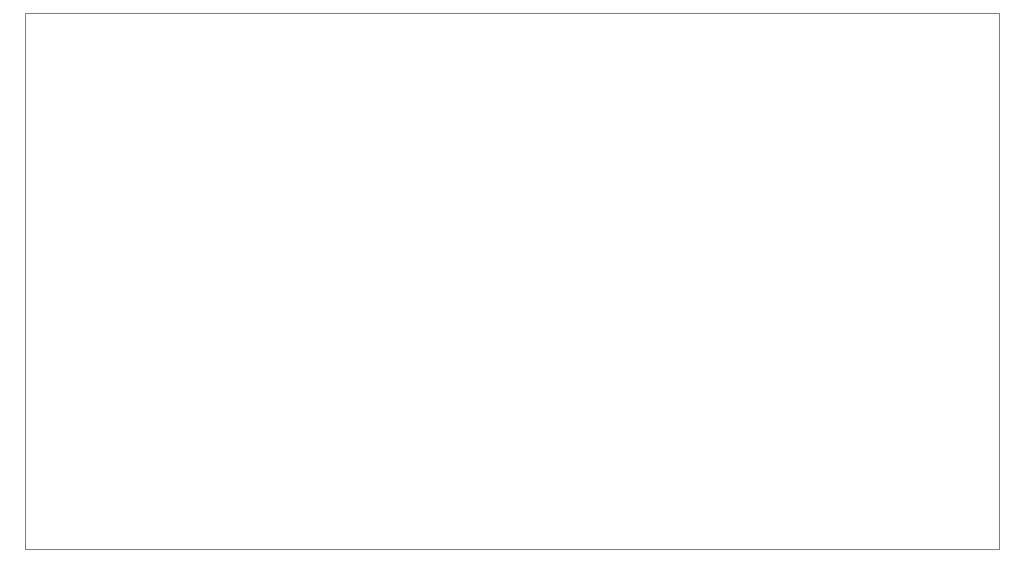
<source format=gm1>
G04 #@! TF.FileFunction,Profile,NP*
%FSLAX46Y46*%
G04 Gerber Fmt 4.6, Leading zero omitted, Abs format (unit mm)*
G04 Created by KiCad (PCBNEW 4.0.1-stable) date 11/25/16 12:52:12*
%MOMM*%
G01*
G04 APERTURE LIST*
%ADD10C,0.100000*%
G04 APERTURE END LIST*
D10*
X97155000Y-128905000D02*
X97155000Y-80010000D01*
X186055000Y-128905000D02*
X97155000Y-128905000D01*
X186055000Y-80010000D02*
X186055000Y-128905000D01*
X97155000Y-80010000D02*
X186055000Y-80010000D01*
M02*

</source>
